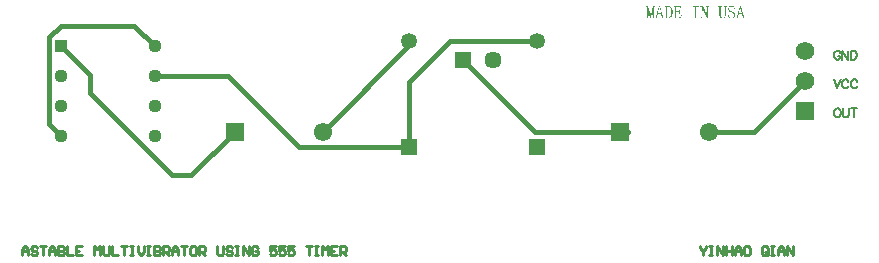
<source format=gtl>
G04*
G04 #@! TF.GenerationSoftware,Altium Limited,Altium Designer,21.0.3 (12)*
G04*
G04 Layer_Physical_Order=1*
G04 Layer_Color=255*
%FSLAX43Y43*%
%MOMM*%
G71*
G04*
G04 #@! TF.SameCoordinates,4E316A9E-77FC-4309-9E54-DBFB9EC2A46A*
G04*
G04*
G04 #@! TF.FilePolarity,Positive*
G04*
G01*
G75*
%ADD13C,0.127*%
%ADD14C,0.254*%
%ADD15C,1.550*%
%ADD16R,1.550X1.550*%
%ADD21C,1.570*%
%ADD22R,1.570X1.570*%
%ADD23C,1.450*%
%ADD24R,1.450X1.450*%
%ADD25C,0.381*%
%ADD26R,1.130X1.130*%
%ADD27C,1.130*%
%ADD28R,1.350X1.350*%
%ADD29C,1.350*%
G36*
X61702Y22006D02*
X61671Y21994D01*
X61670Y21995D01*
X61669Y21999D01*
X61666Y22006D01*
X61661Y22014D01*
X61657Y22025D01*
X61651Y22036D01*
X61645Y22049D01*
X61637Y22062D01*
X61621Y22090D01*
X61602Y22118D01*
X61593Y22131D01*
X61582Y22143D01*
X61572Y22154D01*
X61561Y22163D01*
X61560Y22164D01*
X61559Y22165D01*
X61556Y22167D01*
X61550Y22171D01*
X61545Y22174D01*
X61539Y22178D01*
X61530Y22182D01*
X61522Y22186D01*
X61501Y22194D01*
X61475Y22201D01*
X61447Y22206D01*
X61432Y22209D01*
X61405D01*
X61397Y22208D01*
X61388Y22206D01*
X61377Y22205D01*
X61354Y22201D01*
X61328Y22193D01*
X61315Y22189D01*
X61302Y22182D01*
X61291Y22175D01*
X61280Y22166D01*
X61269Y22157D01*
X61261Y22145D01*
Y22144D01*
X61259Y22142D01*
X61257Y22139D01*
X61255Y22135D01*
X61251Y22128D01*
X61248Y22122D01*
X61241Y22105D01*
X61232Y22085D01*
X61226Y22063D01*
X61222Y22037D01*
X61220Y22011D01*
Y22010D01*
Y22008D01*
Y22005D01*
X61221Y22000D01*
X61222Y21988D01*
X61225Y21973D01*
X61229Y21957D01*
X61236Y21939D01*
X61245Y21922D01*
X61258Y21906D01*
X61260Y21904D01*
X61263Y21902D01*
X61266Y21899D01*
X61273Y21895D01*
X61279Y21891D01*
X61288Y21884D01*
X61299Y21878D01*
X61312Y21870D01*
X61326Y21862D01*
X61343Y21852D01*
X61363Y21842D01*
X61386Y21830D01*
X61411Y21819D01*
X61438Y21805D01*
X61469Y21791D01*
X61471Y21790D01*
X61475Y21789D01*
X61483Y21785D01*
X61492Y21781D01*
X61504Y21775D01*
X61518Y21769D01*
X61533Y21762D01*
X61548Y21753D01*
X61582Y21733D01*
X61616Y21711D01*
X61632Y21698D01*
X61648Y21686D01*
X61661Y21672D01*
X61674Y21658D01*
X61675Y21657D01*
X61677Y21655D01*
X61680Y21651D01*
X61684Y21645D01*
X61689Y21638D01*
X61694Y21630D01*
X61699Y21620D01*
X61706Y21608D01*
X61712Y21596D01*
X61717Y21583D01*
X61728Y21552D01*
X61731Y21537D01*
X61734Y21520D01*
X61736Y21502D01*
X61737Y21483D01*
Y21482D01*
Y21478D01*
Y21472D01*
X61736Y21465D01*
X61735Y21455D01*
X61733Y21445D01*
X61731Y21432D01*
X61728Y21419D01*
X61724Y21404D01*
X61720Y21390D01*
X61713Y21374D01*
X61706Y21357D01*
X61697Y21341D01*
X61687Y21324D01*
X61676Y21308D01*
X61662Y21292D01*
X61661Y21291D01*
X61659Y21289D01*
X61655Y21285D01*
X61649Y21280D01*
X61641Y21273D01*
X61632Y21266D01*
X61620Y21259D01*
X61608Y21251D01*
X61593Y21243D01*
X61577Y21235D01*
X61559Y21228D01*
X61540Y21222D01*
X61519Y21216D01*
X61497Y21212D01*
X61472Y21210D01*
X61446Y21209D01*
X61435D01*
X61425Y21210D01*
X61410Y21212D01*
X61393Y21214D01*
X61375Y21219D01*
X61356Y21225D01*
X61338Y21232D01*
X61337D01*
X61336Y21233D01*
X61330Y21235D01*
X61320Y21238D01*
X61308Y21242D01*
X61295Y21245D01*
X61281Y21247D01*
X61267Y21249D01*
X61256Y21250D01*
X61252D01*
X61249Y21249D01*
X61244D01*
X61233Y21245D01*
X61226Y21242D01*
X61220Y21238D01*
X61219D01*
X61217Y21235D01*
X61212Y21233D01*
X61208Y21230D01*
X61202Y21226D01*
X61194Y21221D01*
X61179Y21209D01*
X61131Y21501D01*
X61166Y21512D01*
Y21510D01*
X61168Y21506D01*
X61170Y21499D01*
X61173Y21488D01*
X61177Y21476D01*
X61183Y21463D01*
X61189Y21447D01*
X61196Y21431D01*
X61212Y21396D01*
X61232Y21362D01*
X61244Y21346D01*
X61256Y21332D01*
X61268Y21318D01*
X61282Y21306D01*
X61283Y21305D01*
X61285Y21304D01*
X61289Y21301D01*
X61295Y21298D01*
X61302Y21294D01*
X61311Y21288D01*
X61320Y21283D01*
X61331Y21279D01*
X61343Y21273D01*
X61356Y21268D01*
X61385Y21259D01*
X61416Y21252D01*
X61433Y21251D01*
X61451Y21250D01*
X61461D01*
X61468Y21251D01*
X61476Y21252D01*
X61486Y21253D01*
X61508Y21258D01*
X61533Y21265D01*
X61558Y21276D01*
X61571Y21282D01*
X61582Y21290D01*
X61594Y21299D01*
X61603Y21309D01*
X61604Y21310D01*
X61605Y21313D01*
X61608Y21316D01*
X61612Y21320D01*
X61615Y21326D01*
X61619Y21334D01*
X61624Y21343D01*
X61629Y21353D01*
X61634Y21364D01*
X61638Y21377D01*
X61642Y21392D01*
X61647Y21407D01*
X61650Y21424D01*
X61652Y21441D01*
X61653Y21462D01*
X61654Y21482D01*
Y21483D01*
Y21485D01*
Y21488D01*
X61653Y21492D01*
X61651Y21504D01*
X61647Y21519D01*
X61640Y21537D01*
X61630Y21556D01*
X61623Y21566D01*
X61616Y21577D01*
X61608Y21587D01*
X61597Y21598D01*
X61596Y21599D01*
X61595Y21600D01*
X61591Y21603D01*
X61586Y21607D01*
X61580Y21613D01*
X61573Y21618D01*
X61564Y21625D01*
X61554Y21633D01*
X61542Y21641D01*
X61529Y21650D01*
X61516Y21658D01*
X61500Y21668D01*
X61482Y21677D01*
X61464Y21688D01*
X61444Y21697D01*
X61422Y21708D01*
X61419Y21709D01*
X61414Y21711D01*
X61407Y21715D01*
X61395Y21719D01*
X61382Y21726D01*
X61368Y21733D01*
X61352Y21742D01*
X61334Y21750D01*
X61297Y21770D01*
X61261Y21791D01*
X61244Y21802D01*
X61228Y21812D01*
X61214Y21822D01*
X61202Y21832D01*
X61201Y21833D01*
X61200Y21835D01*
X61196Y21838D01*
X61192Y21843D01*
X61188Y21848D01*
X61183Y21856D01*
X61177Y21864D01*
X61172Y21874D01*
X61167Y21884D01*
X61162Y21897D01*
X61156Y21911D01*
X61152Y21925D01*
X61148Y21942D01*
X61145Y21960D01*
X61144Y21979D01*
X61143Y21999D01*
Y22000D01*
Y22004D01*
Y22008D01*
X61144Y22015D01*
X61145Y22023D01*
X61147Y22032D01*
X61149Y22043D01*
X61152Y22054D01*
X61155Y22067D01*
X61161Y22081D01*
X61167Y22094D01*
X61174Y22109D01*
X61183Y22124D01*
X61192Y22139D01*
X61204Y22155D01*
X61217Y22169D01*
X61218Y22171D01*
X61220Y22173D01*
X61224Y22177D01*
X61230Y22182D01*
X61238Y22189D01*
X61247Y22195D01*
X61258Y22202D01*
X61270Y22210D01*
X61285Y22217D01*
X61301Y22224D01*
X61318Y22231D01*
X61337Y22237D01*
X61357Y22242D01*
X61379Y22247D01*
X61403Y22249D01*
X61428Y22250D01*
X61438D01*
X61449Y22249D01*
X61464Y22248D01*
X61482Y22246D01*
X61501Y22242D01*
X61521Y22238D01*
X61541Y22232D01*
X61542D01*
X61543Y22231D01*
X61549Y22229D01*
X61559Y22224D01*
X61571Y22220D01*
X61583Y22216D01*
X61596Y22212D01*
X61608Y22210D01*
X61618Y22209D01*
X61624D01*
X61629Y22210D01*
X61639Y22212D01*
X61651Y22217D01*
X61652D01*
X61653Y22219D01*
X61656Y22221D01*
X61659Y22224D01*
X61664Y22229D01*
X61668Y22234D01*
X61673Y22241D01*
X61677Y22250D01*
X61702Y22006D01*
D02*
G37*
G36*
X57196Y22034D02*
X57165Y22023D01*
Y22024D01*
X57163Y22027D01*
X57161Y22031D01*
X57157Y22037D01*
X57153Y22045D01*
X57147Y22053D01*
X57135Y22072D01*
X57120Y22094D01*
X57103Y22117D01*
X57084Y22138D01*
X57064Y22156D01*
X57063Y22157D01*
X57062Y22158D01*
X57059Y22160D01*
X57054Y22163D01*
X57044Y22171D01*
X57029Y22179D01*
X57012Y22186D01*
X56992Y22194D01*
X56970Y22199D01*
X56958Y22201D01*
X56776D01*
X56771Y22200D01*
X56766D01*
X56754Y22196D01*
X56748Y22193D01*
X56742Y22189D01*
X56741D01*
X56740Y22186D01*
X56737Y22183D01*
X56734Y22180D01*
X56731Y22175D01*
X56729Y22168D01*
X56728Y22162D01*
X56727Y22154D01*
Y21786D01*
X56909D01*
X56919Y21788D01*
X56932Y21790D01*
X56946Y21793D01*
X56960Y21799D01*
X56973Y21806D01*
X56985Y21816D01*
X56986Y21817D01*
X56989Y21821D01*
X56993Y21828D01*
X56998Y21838D01*
X57004Y21850D01*
X57008Y21865D01*
X57011Y21883D01*
X57012Y21904D01*
Y21940D01*
X57048D01*
Y21589D01*
X57012D01*
Y21613D01*
Y21614D01*
Y21616D01*
Y21619D01*
Y21623D01*
X57011Y21635D01*
X57009Y21650D01*
X57006Y21667D01*
X57001Y21683D01*
X56994Y21699D01*
X56985Y21714D01*
X56984Y21715D01*
X56979Y21719D01*
X56973Y21726D01*
X56965Y21732D01*
X56952Y21738D01*
X56937Y21745D01*
X56920Y21749D01*
X56899Y21750D01*
X56727D01*
Y21304D01*
Y21303D01*
Y21300D01*
X56728Y21296D01*
X56729Y21291D01*
X56733Y21280D01*
X56736Y21275D01*
X56742Y21269D01*
X56743D01*
X56745Y21267D01*
X56748Y21266D01*
X56752Y21264D01*
X56758Y21262D01*
X56764Y21260D01*
X56771Y21259D01*
X56780Y21258D01*
X56942D01*
X56949Y21259D01*
X56957D01*
X56966Y21261D01*
X56976Y21262D01*
X56987Y21264D01*
X57011Y21270D01*
X57036Y21279D01*
X57062Y21291D01*
X57075Y21299D01*
X57086Y21307D01*
X57087Y21308D01*
X57089Y21309D01*
X57092Y21313D01*
X57097Y21317D01*
X57102Y21322D01*
X57107Y21329D01*
X57115Y21337D01*
X57122Y21346D01*
X57129Y21357D01*
X57137Y21369D01*
X57145Y21381D01*
X57154Y21396D01*
X57161Y21411D01*
X57170Y21428D01*
X57177Y21447D01*
X57183Y21466D01*
X57214Y21454D01*
X57148Y21222D01*
X56542D01*
Y21258D01*
X56583D01*
X56587Y21259D01*
X56594D01*
X56607Y21263D01*
X56614Y21265D01*
X56619Y21269D01*
X56620Y21270D01*
X56621Y21271D01*
X56623Y21275D01*
X56625Y21278D01*
X56628Y21283D01*
X56630Y21289D01*
X56632Y21296D01*
Y21304D01*
Y22154D01*
Y22155D01*
Y22158D01*
X56631Y22162D01*
Y22166D01*
X56627Y22178D01*
X56623Y22183D01*
X56619Y22189D01*
Y22190D01*
X56617Y22191D01*
X56614Y22193D01*
X56610Y22195D01*
X56604Y22197D01*
X56597Y22199D01*
X56588Y22201D01*
X56548D01*
Y22237D01*
X57131D01*
X57196Y22034D01*
D02*
G37*
G36*
X59531Y22201D02*
X59479D01*
X59475Y22200D01*
X59470D01*
X59458Y22196D01*
X59452Y22193D01*
X59446Y22189D01*
X59445D01*
X59444Y22186D01*
X59441Y22183D01*
X59438Y22180D01*
X59435Y22175D01*
X59433Y22168D01*
X59432Y22162D01*
X59431Y22154D01*
Y21222D01*
X59395D01*
X58944Y22110D01*
X58932D01*
Y21305D01*
Y21304D01*
Y21301D01*
X58933Y21297D01*
X58934Y21291D01*
X58938Y21280D01*
X58942Y21275D01*
X58947Y21269D01*
X58948D01*
X58950Y21267D01*
X58953Y21266D01*
X58957Y21264D01*
X58963Y21262D01*
X58969Y21260D01*
X58976Y21259D01*
X58985Y21258D01*
X59032D01*
Y21222D01*
X58795D01*
Y21258D01*
X58848D01*
X58852Y21259D01*
X58858D01*
X58872Y21263D01*
X58878Y21265D01*
X58883Y21269D01*
X58885Y21270D01*
X58886Y21271D01*
X58888Y21275D01*
X58890Y21278D01*
X58892Y21283D01*
X58894Y21289D01*
X58896Y21296D01*
Y21304D01*
Y22154D01*
Y22155D01*
Y22158D01*
X58895Y22162D01*
Y22166D01*
X58891Y22178D01*
X58888Y22183D01*
X58883Y22189D01*
Y22190D01*
X58881Y22191D01*
X58878Y22193D01*
X58874Y22195D01*
X58869Y22197D01*
X58861Y22199D01*
X58853Y22201D01*
X58806D01*
Y22237D01*
X58979D01*
X59382Y21452D01*
X59395D01*
Y22153D01*
Y22154D01*
Y22157D01*
X59394Y22161D01*
Y22166D01*
X59390Y22178D01*
X59386Y22183D01*
X59382Y22189D01*
Y22190D01*
X59380Y22191D01*
X59377Y22193D01*
X59373Y22195D01*
X59367Y22197D01*
X59360Y22199D01*
X59352Y22201D01*
X59293D01*
Y22237D01*
X59531D01*
Y22201D01*
D02*
G37*
G36*
X54961D02*
X54933D01*
X54929Y22200D01*
X54923D01*
X54912Y22196D01*
X54905Y22193D01*
X54899Y22189D01*
X54898D01*
X54897Y22186D01*
X54895Y22183D01*
X54892Y22180D01*
X54888Y22175D01*
X54886Y22168D01*
X54885Y22162D01*
X54884Y22154D01*
Y21304D01*
Y21303D01*
Y21300D01*
X54885Y21296D01*
X54886Y21291D01*
X54890Y21280D01*
X54894Y21275D01*
X54899Y21269D01*
X54900D01*
X54902Y21267D01*
X54905Y21266D01*
X54909Y21264D01*
X54915Y21262D01*
X54921Y21260D01*
X54929Y21259D01*
X54937Y21258D01*
X54961D01*
Y21222D01*
X54706D01*
Y21258D01*
X54740D01*
X54745Y21259D01*
X54751D01*
X54765Y21263D01*
X54771Y21265D01*
X54776Y21269D01*
X54777Y21270D01*
X54778Y21271D01*
X54781Y21275D01*
X54783Y21278D01*
X54785Y21283D01*
X54787Y21289D01*
X54789Y21296D01*
Y21304D01*
Y22082D01*
X54776D01*
X54575Y21222D01*
X54539D01*
X54355Y22064D01*
X54343D01*
Y21304D01*
Y21303D01*
Y21300D01*
X54344Y21296D01*
X54345Y21291D01*
X54349Y21280D01*
X54353Y21275D01*
X54358Y21269D01*
X54359D01*
X54361Y21267D01*
X54364Y21266D01*
X54368Y21264D01*
X54374Y21262D01*
X54380Y21260D01*
X54388Y21259D01*
X54396Y21258D01*
X54414D01*
Y21222D01*
X54235D01*
Y21258D01*
X54259D01*
X54263Y21259D01*
X54269D01*
X54283Y21263D01*
X54289Y21265D01*
X54295Y21269D01*
X54296Y21270D01*
X54297Y21271D01*
X54299Y21275D01*
X54301Y21278D01*
X54303Y21283D01*
X54305Y21289D01*
X54307Y21296D01*
Y21304D01*
Y22154D01*
Y22155D01*
Y22158D01*
X54306Y22162D01*
Y22166D01*
X54302Y22178D01*
X54299Y22183D01*
X54295Y22189D01*
Y22190D01*
X54292Y22191D01*
X54289Y22193D01*
X54285Y22195D01*
X54280Y22197D01*
X54272Y22199D01*
X54264Y22201D01*
X54229D01*
Y22237D01*
X54402D01*
X54575Y21445D01*
X54586D01*
X54771Y22237D01*
X54961D01*
Y22201D01*
D02*
G37*
G36*
X61030D02*
X60989D01*
X60985Y22200D01*
X60980D01*
X60968Y22196D01*
X60962Y22193D01*
X60956Y22189D01*
X60955D01*
X60953Y22186D01*
X60951Y22183D01*
X60948Y22180D01*
X60945Y22175D01*
X60943Y22168D01*
X60942Y22162D01*
X60941Y22154D01*
Y21464D01*
Y21463D01*
Y21458D01*
Y21452D01*
X60940Y21445D01*
X60939Y21434D01*
X60937Y21422D01*
X60934Y21410D01*
X60931Y21396D01*
X60927Y21381D01*
X60921Y21366D01*
X60914Y21351D01*
X60907Y21335D01*
X60897Y21320D01*
X60887Y21304D01*
X60874Y21290D01*
X60860Y21277D01*
X60859Y21276D01*
X60857Y21273D01*
X60852Y21270D01*
X60847Y21266D01*
X60838Y21261D01*
X60830Y21255D01*
X60819Y21249D01*
X60808Y21243D01*
X60795Y21236D01*
X60781Y21230D01*
X60750Y21220D01*
X60734Y21215D01*
X60716Y21212D01*
X60698Y21210D01*
X60679Y21209D01*
X60668D01*
X60661Y21210D01*
X60651Y21211D01*
X60641Y21212D01*
X60628Y21214D01*
X60615Y21216D01*
X60586Y21224D01*
X60554Y21234D01*
X60538Y21241D01*
X60522Y21249D01*
X60507Y21258D01*
X60491Y21268D01*
X60490Y21269D01*
X60487Y21271D01*
X60483Y21275D01*
X60478Y21280D01*
X60473Y21286D01*
X60465Y21294D01*
X60459Y21303D01*
X60452Y21315D01*
X60444Y21326D01*
X60437Y21341D01*
X60429Y21356D01*
X60424Y21374D01*
X60419Y21392D01*
X60415Y21413D01*
X60412Y21435D01*
X60411Y21458D01*
Y22154D01*
Y22155D01*
Y22158D01*
X60410Y22162D01*
Y22166D01*
X60406Y22178D01*
X60403Y22183D01*
X60399Y22189D01*
Y22190D01*
X60397Y22191D01*
X60393Y22193D01*
X60389Y22195D01*
X60384Y22197D01*
X60377Y22199D01*
X60368Y22201D01*
X60328D01*
Y22237D01*
X60589D01*
Y22201D01*
X60555D01*
X60551Y22200D01*
X60546D01*
X60534Y22196D01*
X60528Y22193D01*
X60521Y22189D01*
X60520D01*
X60519Y22186D01*
X60517Y22183D01*
X60514Y22180D01*
X60511Y22175D01*
X60509Y22168D01*
X60508Y22162D01*
X60507Y22154D01*
Y21458D01*
Y21457D01*
Y21453D01*
Y21447D01*
X60508Y21439D01*
Y21430D01*
X60510Y21418D01*
X60511Y21407D01*
X60513Y21394D01*
X60519Y21366D01*
X60528Y21340D01*
X60533Y21328D01*
X60540Y21317D01*
X60548Y21306D01*
X60556Y21298D01*
X60557D01*
X60558Y21296D01*
X60561Y21294D01*
X60566Y21291D01*
X60571Y21288D01*
X60576Y21285D01*
X60592Y21278D01*
X60611Y21269D01*
X60634Y21263D01*
X60661Y21259D01*
X60690Y21257D01*
X60699D01*
X60705Y21258D01*
X60713Y21259D01*
X60722Y21260D01*
X60732Y21262D01*
X60742Y21264D01*
X60766Y21271D01*
X60792Y21282D01*
X60804Y21288D01*
X60817Y21297D01*
X60830Y21305D01*
X60841Y21316D01*
X60843Y21317D01*
X60845Y21319D01*
X60848Y21322D01*
X60851Y21326D01*
X60856Y21333D01*
X60862Y21339D01*
X60867Y21347D01*
X60873Y21357D01*
X60885Y21378D01*
X60895Y21403D01*
X60899Y21417D01*
X60902Y21432D01*
X60904Y21448D01*
X60905Y21464D01*
Y22154D01*
Y22155D01*
Y22158D01*
X60904Y22162D01*
Y22166D01*
X60900Y22178D01*
X60896Y22183D01*
X60892Y22189D01*
Y22190D01*
X60890Y22191D01*
X60887Y22193D01*
X60883Y22195D01*
X60877Y22197D01*
X60870Y22199D01*
X60862Y22201D01*
X60815D01*
Y22237D01*
X61030D01*
Y22201D01*
D02*
G37*
G36*
X62468Y21322D02*
X62469Y21321D01*
X62470Y21317D01*
X62472Y21310D01*
X62476Y21303D01*
X62485Y21286D01*
X62491Y21279D01*
X62497Y21272D01*
X62498Y21271D01*
X62500Y21270D01*
X62505Y21268D01*
X62509Y21265D01*
X62515Y21262D01*
X62523Y21260D01*
X62531Y21259D01*
X62539Y21258D01*
X62557D01*
Y21222D01*
X62302D01*
Y21258D01*
X62330D01*
X62337Y21259D01*
X62344Y21260D01*
X62350Y21261D01*
X62358Y21264D01*
X62363Y21267D01*
X62366Y21272D01*
Y21273D01*
X62367Y21275D01*
X62369Y21281D01*
X62371Y21289D01*
X62373Y21299D01*
Y21300D01*
Y21303D01*
Y21307D01*
X62371Y21313D01*
X62370Y21326D01*
X62366Y21340D01*
X62307Y21602D01*
X62040D01*
X61986Y21376D01*
Y21375D01*
X61985Y21371D01*
X61984Y21365D01*
Y21359D01*
X61982Y21343D01*
X61981Y21336D01*
Y21328D01*
Y21327D01*
Y21324D01*
Y21320D01*
X61982Y21314D01*
X61983Y21306D01*
X61984Y21299D01*
X61989Y21281D01*
Y21280D01*
X61991Y21278D01*
X61994Y21273D01*
X61998Y21269D01*
X62005Y21265D01*
X62014Y21261D01*
X62025Y21259D01*
X62040Y21258D01*
X62058D01*
Y21222D01*
X61838D01*
Y21258D01*
X61859D01*
X61863Y21259D01*
X61870Y21260D01*
X61883Y21264D01*
X61890Y21267D01*
X61897Y21272D01*
X61898Y21273D01*
X61900Y21276D01*
X61903Y21279D01*
X61907Y21284D01*
X61911Y21291D01*
X61914Y21300D01*
X61918Y21310D01*
X61920Y21322D01*
X62153Y22232D01*
X62242Y22261D01*
X62468Y21322D01*
D02*
G37*
G36*
X58640Y22201D02*
X58499D01*
X58495Y22200D01*
X58489D01*
X58478Y22196D01*
X58471Y22193D01*
X58465Y22189D01*
X58464D01*
X58463Y22186D01*
X58461Y22183D01*
X58458Y22180D01*
X58454Y22175D01*
X58452Y22168D01*
X58451Y22162D01*
X58450Y22154D01*
Y21304D01*
Y21303D01*
Y21300D01*
X58451Y21296D01*
X58452Y21291D01*
X58457Y21280D01*
X58460Y21275D01*
X58465Y21269D01*
X58466D01*
X58468Y21267D01*
X58471Y21266D01*
X58476Y21264D01*
X58481Y21262D01*
X58487Y21260D01*
X58495Y21259D01*
X58503Y21258D01*
X58640D01*
Y21222D01*
X58165D01*
Y21258D01*
X58307D01*
X58311Y21259D01*
X58317D01*
X58331Y21263D01*
X58337Y21265D01*
X58342Y21269D01*
X58344Y21270D01*
X58345Y21271D01*
X58347Y21275D01*
X58349Y21278D01*
X58351Y21283D01*
X58353Y21289D01*
X58355Y21296D01*
Y21304D01*
Y22154D01*
Y22155D01*
Y22158D01*
X58354Y22162D01*
Y22166D01*
X58350Y22178D01*
X58347Y22183D01*
X58342Y22189D01*
Y22190D01*
X58340Y22191D01*
X58337Y22193D01*
X58333Y22195D01*
X58328Y22197D01*
X58320Y22199D01*
X58312Y22201D01*
X58165D01*
Y22237D01*
X58640D01*
Y22201D01*
D02*
G37*
G36*
X56060Y22236D02*
X56073Y22235D01*
X56089Y22234D01*
X56107Y22231D01*
X56127Y22228D01*
X56149Y22222D01*
X56171Y22216D01*
X56195Y22208D01*
X56220Y22198D01*
X56245Y22186D01*
X56269Y22173D01*
X56293Y22157D01*
X56316Y22139D01*
X56337Y22118D01*
X56338Y22117D01*
X56342Y22112D01*
X56348Y22105D01*
X56354Y22096D01*
X56362Y22083D01*
X56372Y22067D01*
X56381Y22049D01*
X56392Y22028D01*
X56403Y22004D01*
X56412Y21976D01*
X56422Y21945D01*
X56430Y21913D01*
X56436Y21877D01*
X56443Y21838D01*
X56446Y21795D01*
X56447Y21750D01*
Y21749D01*
Y21747D01*
Y21744D01*
Y21738D01*
Y21732D01*
X56446Y21724D01*
Y21715D01*
X56445Y21706D01*
X56444Y21682D01*
X56442Y21657D01*
X56437Y21628D01*
X56433Y21597D01*
X56428Y21565D01*
X56420Y21531D01*
X56412Y21499D01*
X56401Y21465D01*
X56389Y21433D01*
X56375Y21402D01*
X56358Y21374D01*
X56339Y21348D01*
X56338Y21347D01*
X56334Y21343D01*
X56327Y21337D01*
X56319Y21328D01*
X56308Y21319D01*
X56295Y21308D01*
X56278Y21297D01*
X56260Y21285D01*
X56239Y21273D01*
X56215Y21262D01*
X56189Y21251D01*
X56162Y21242D01*
X56131Y21233D01*
X56097Y21227D01*
X56062Y21223D01*
X56024Y21222D01*
X55770D01*
Y21258D01*
X55816D01*
X55820Y21259D01*
X55827D01*
X55840Y21263D01*
X55847Y21265D01*
X55852Y21269D01*
X55853Y21270D01*
X55854Y21271D01*
X55856Y21275D01*
X55858Y21278D01*
X55860Y21283D01*
X55863Y21289D01*
X55865Y21296D01*
Y21304D01*
Y22154D01*
Y22155D01*
Y22158D01*
X55864Y22162D01*
Y22166D01*
X55859Y22178D01*
X55856Y22183D01*
X55852Y22189D01*
Y22190D01*
X55850Y22191D01*
X55847Y22193D01*
X55842Y22195D01*
X55837Y22197D01*
X55830Y22199D01*
X55821Y22201D01*
X55776D01*
Y22237D01*
X56051D01*
X56060Y22236D01*
D02*
G37*
G36*
X55621Y21322D02*
X55622Y21321D01*
X55623Y21317D01*
X55625Y21310D01*
X55629Y21303D01*
X55638Y21286D01*
X55644Y21279D01*
X55650Y21272D01*
X55651Y21271D01*
X55653Y21270D01*
X55658Y21268D01*
X55662Y21265D01*
X55668Y21262D01*
X55676Y21260D01*
X55684Y21259D01*
X55692Y21258D01*
X55710D01*
Y21222D01*
X55455D01*
Y21258D01*
X55483D01*
X55490Y21259D01*
X55497Y21260D01*
X55503Y21261D01*
X55511Y21264D01*
X55516Y21267D01*
X55519Y21272D01*
Y21273D01*
X55520Y21275D01*
X55522Y21281D01*
X55524Y21289D01*
X55526Y21299D01*
Y21300D01*
Y21303D01*
Y21307D01*
X55524Y21313D01*
X55523Y21326D01*
X55519Y21340D01*
X55460Y21602D01*
X55193D01*
X55139Y21376D01*
Y21375D01*
X55138Y21371D01*
X55137Y21365D01*
Y21359D01*
X55135Y21343D01*
X55133Y21336D01*
Y21328D01*
Y21327D01*
Y21324D01*
Y21320D01*
X55135Y21314D01*
X55136Y21306D01*
X55137Y21299D01*
X55142Y21281D01*
Y21280D01*
X55144Y21278D01*
X55147Y21273D01*
X55151Y21269D01*
X55158Y21265D01*
X55167Y21261D01*
X55178Y21259D01*
X55193Y21258D01*
X55211D01*
Y21222D01*
X54991D01*
Y21258D01*
X55012D01*
X55016Y21259D01*
X55023Y21260D01*
X55036Y21264D01*
X55043Y21267D01*
X55050Y21272D01*
X55051Y21273D01*
X55053Y21276D01*
X55056Y21279D01*
X55060Y21284D01*
X55064Y21291D01*
X55067Y21300D01*
X55071Y21310D01*
X55073Y21322D01*
X55306Y22232D01*
X55394Y22261D01*
X55621Y21322D01*
D02*
G37*
%LPC*%
G36*
X62182Y22130D02*
X62176D01*
X62051Y21638D01*
X62302D01*
X62182Y22130D01*
D02*
G37*
G36*
X56042Y22201D02*
X56036D01*
X56028Y22200D01*
X56019D01*
X55999Y22196D01*
X55988Y22193D01*
X55980Y22189D01*
X55979D01*
X55977Y22186D01*
X55974Y22183D01*
X55970Y22180D01*
X55966Y22175D01*
X55963Y22168D01*
X55961Y22162D01*
X55960Y22154D01*
Y21304D01*
Y21303D01*
Y21300D01*
X55961Y21296D01*
X55962Y21291D01*
X55964Y21285D01*
X55967Y21280D01*
X55971Y21275D01*
X55977Y21269D01*
X55978D01*
X55980Y21267D01*
X55984Y21266D01*
X55989Y21264D01*
X55996Y21262D01*
X56004Y21260D01*
X56014Y21259D01*
X56024Y21258D01*
X56031D01*
X56037Y21259D01*
X56046D01*
X56057Y21261D01*
X56071Y21263D01*
X56086Y21266D01*
X56101Y21270D01*
X56118Y21275D01*
X56135Y21281D01*
X56154Y21289D01*
X56172Y21299D01*
X56191Y21309D01*
X56209Y21323D01*
X56227Y21338D01*
X56244Y21355D01*
X56245Y21356D01*
X56248Y21360D01*
X56252Y21365D01*
X56258Y21375D01*
X56265Y21387D01*
X56273Y21401D01*
X56281Y21418D01*
X56289Y21439D01*
X56297Y21464D01*
X56305Y21491D01*
X56313Y21523D01*
X56320Y21558D01*
X56325Y21597D01*
X56330Y21639D01*
X56332Y21662D01*
X56333Y21687D01*
X56334Y21711D01*
Y21737D01*
Y21738D01*
Y21740D01*
Y21744D01*
Y21749D01*
Y21754D01*
Y21762D01*
X56333Y21779D01*
X56332Y21800D01*
X56330Y21824D01*
X56327Y21850D01*
X56324Y21878D01*
X56320Y21907D01*
X56315Y21937D01*
X56308Y21968D01*
X56301Y21997D01*
X56292Y22025D01*
X56281Y22051D01*
X56269Y22075D01*
X56256Y22097D01*
X56255Y22098D01*
X56252Y22101D01*
X56247Y22106D01*
X56242Y22113D01*
X56233Y22121D01*
X56224Y22129D01*
X56213Y22139D01*
X56200Y22149D01*
X56186Y22159D01*
X56170Y22168D01*
X56152Y22177D01*
X56133Y22185D01*
X56113Y22192D01*
X56091Y22197D01*
X56068Y22200D01*
X56042Y22201D01*
D02*
G37*
G36*
X55335Y22130D02*
X55329D01*
X55204Y21638D01*
X55455D01*
X55335Y22130D01*
D02*
G37*
%LPD*%
D13*
X70648Y18283D02*
X70612Y18356D01*
X70539Y18429D01*
X70467Y18465D01*
X70322D01*
X70249Y18429D01*
X70177Y18356D01*
X70140Y18283D01*
X70104Y18175D01*
Y17993D01*
X70140Y17884D01*
X70177Y17812D01*
X70249Y17739D01*
X70322Y17703D01*
X70467D01*
X70539Y17739D01*
X70612Y17812D01*
X70648Y17884D01*
Y17993D01*
X70467D02*
X70648D01*
X70822Y18465D02*
Y17703D01*
Y18465D02*
X71330Y17703D01*
Y18465D02*
Y17703D01*
X71541Y18465D02*
Y17703D01*
Y18465D02*
X71795D01*
X71903Y18429D01*
X71976Y18356D01*
X72012Y18283D01*
X72049Y18175D01*
Y17993D01*
X72012Y17884D01*
X71976Y17812D01*
X71903Y17739D01*
X71795Y17703D01*
X71541D01*
X70104Y16027D02*
X70394Y15265D01*
X70684Y16027D02*
X70394Y15265D01*
X71327Y15845D02*
X71290Y15918D01*
X71218Y15991D01*
X71145Y16027D01*
X71000D01*
X70928Y15991D01*
X70855Y15918D01*
X70819Y15845D01*
X70782Y15737D01*
Y15555D01*
X70819Y15446D01*
X70855Y15374D01*
X70928Y15301D01*
X71000Y15265D01*
X71145D01*
X71218Y15301D01*
X71290Y15374D01*
X71327Y15446D01*
X72085Y15845D02*
X72049Y15918D01*
X71976Y15991D01*
X71903Y16027D01*
X71758D01*
X71686Y15991D01*
X71613Y15918D01*
X71577Y15845D01*
X71541Y15737D01*
Y15555D01*
X71577Y15446D01*
X71613Y15374D01*
X71686Y15301D01*
X71758Y15265D01*
X71903D01*
X71976Y15301D01*
X72049Y15374D01*
X72085Y15446D01*
X70322Y13589D02*
X70249Y13553D01*
X70177Y13480D01*
X70140Y13407D01*
X70104Y13299D01*
Y13117D01*
X70140Y13008D01*
X70177Y12936D01*
X70249Y12863D01*
X70322Y12827D01*
X70467D01*
X70539Y12863D01*
X70612Y12936D01*
X70648Y13008D01*
X70684Y13117D01*
Y13299D01*
X70648Y13407D01*
X70612Y13480D01*
X70539Y13553D01*
X70467Y13589D01*
X70322D01*
X70862D02*
Y13045D01*
X70898Y12936D01*
X70971Y12863D01*
X71080Y12827D01*
X71152D01*
X71261Y12863D01*
X71334Y12936D01*
X71370Y13045D01*
Y13589D01*
X71834D02*
Y12827D01*
X71581Y13589D02*
X72088D01*
D14*
X1397Y1143D02*
Y1651D01*
X1651Y1905D01*
X1905Y1651D01*
Y1143D01*
Y1524D01*
X1397D01*
X2667Y1778D02*
X2540Y1905D01*
X2286D01*
X2159Y1778D01*
Y1651D01*
X2286Y1524D01*
X2540D01*
X2667Y1397D01*
Y1270D01*
X2540Y1143D01*
X2286D01*
X2159Y1270D01*
X2921Y1905D02*
X3428D01*
X3174D01*
Y1143D01*
X3682D02*
Y1651D01*
X3936Y1905D01*
X4190Y1651D01*
Y1143D01*
Y1524D01*
X3682D01*
X4444Y1905D02*
Y1143D01*
X4825D01*
X4952Y1270D01*
Y1397D01*
X4825Y1524D01*
X4444D01*
X4825D01*
X4952Y1651D01*
Y1778D01*
X4825Y1905D01*
X4444D01*
X5206D02*
Y1143D01*
X5714D01*
X6475Y1905D02*
X5968D01*
Y1143D01*
X6475D01*
X5968Y1524D02*
X6221D01*
X7491Y1143D02*
Y1905D01*
X7745Y1651D01*
X7999Y1905D01*
Y1143D01*
X8253Y1905D02*
Y1270D01*
X8380Y1143D01*
X8634D01*
X8761Y1270D01*
Y1905D01*
X9015D02*
Y1143D01*
X9522D01*
X9776Y1905D02*
X10284D01*
X10030D01*
Y1143D01*
X10538Y1905D02*
X10792D01*
X10665D01*
Y1143D01*
X10538D01*
X10792D01*
X11173Y1905D02*
Y1397D01*
X11427Y1143D01*
X11681Y1397D01*
Y1905D01*
X11935D02*
X12189D01*
X12062D01*
Y1143D01*
X11935D01*
X12189D01*
X12569Y1905D02*
Y1143D01*
X12950D01*
X13077Y1270D01*
Y1397D01*
X12950Y1524D01*
X12569D01*
X12950D01*
X13077Y1651D01*
Y1778D01*
X12950Y1905D01*
X12569D01*
X13331Y1143D02*
Y1905D01*
X13712D01*
X13839Y1778D01*
Y1524D01*
X13712Y1397D01*
X13331D01*
X13585D02*
X13839Y1143D01*
X14093D02*
Y1651D01*
X14347Y1905D01*
X14601Y1651D01*
Y1143D01*
Y1524D01*
X14093D01*
X14855Y1905D02*
X15362D01*
X15109D01*
Y1143D01*
X15997Y1905D02*
X15743D01*
X15616Y1778D01*
Y1270D01*
X15743Y1143D01*
X15997D01*
X16124Y1270D01*
Y1778D01*
X15997Y1905D01*
X16378Y1143D02*
Y1905D01*
X16759D01*
X16886Y1778D01*
Y1524D01*
X16759Y1397D01*
X16378D01*
X16632D02*
X16886Y1143D01*
X17902Y1905D02*
Y1270D01*
X18029Y1143D01*
X18283D01*
X18410Y1270D01*
Y1905D01*
X19171Y1778D02*
X19044Y1905D01*
X18790D01*
X18663Y1778D01*
Y1651D01*
X18790Y1524D01*
X19044D01*
X19171Y1397D01*
Y1270D01*
X19044Y1143D01*
X18790D01*
X18663Y1270D01*
X19425Y1905D02*
X19679D01*
X19552D01*
Y1143D01*
X19425D01*
X19679D01*
X20060D02*
Y1905D01*
X20568Y1143D01*
Y1905D01*
X21330Y1778D02*
X21203Y1905D01*
X20949D01*
X20822Y1778D01*
Y1270D01*
X20949Y1143D01*
X21203D01*
X21330Y1270D01*
Y1524D01*
X21076D01*
X22853Y1905D02*
X22345D01*
Y1524D01*
X22599Y1651D01*
X22726D01*
X22853Y1524D01*
Y1270D01*
X22726Y1143D01*
X22472D01*
X22345Y1270D01*
X23615Y1905D02*
X23107D01*
Y1524D01*
X23361Y1651D01*
X23488D01*
X23615Y1524D01*
Y1270D01*
X23488Y1143D01*
X23234D01*
X23107Y1270D01*
X24377Y1905D02*
X23869D01*
Y1524D01*
X24123Y1651D01*
X24250D01*
X24377Y1524D01*
Y1270D01*
X24250Y1143D01*
X23996D01*
X23869Y1270D01*
X25392Y1905D02*
X25900D01*
X25646D01*
Y1143D01*
X26154Y1905D02*
X26408D01*
X26281D01*
Y1143D01*
X26154D01*
X26408D01*
X26789D02*
Y1905D01*
X27043Y1651D01*
X27297Y1905D01*
Y1143D01*
X28058Y1905D02*
X27551D01*
Y1143D01*
X28058D01*
X27551Y1524D02*
X27804D01*
X28312Y1143D02*
Y1905D01*
X28693D01*
X28820Y1778D01*
Y1524D01*
X28693Y1397D01*
X28312D01*
X28566D02*
X28820Y1143D01*
X58782Y1905D02*
Y1778D01*
X59036Y1524D01*
X59290Y1778D01*
Y1905D01*
X59036Y1524D02*
Y1143D01*
X59544Y1905D02*
X59798D01*
X59671D01*
Y1143D01*
X59544D01*
X59798D01*
X60179D02*
Y1905D01*
X60687Y1143D01*
Y1905D01*
X60941D02*
Y1143D01*
Y1524D01*
X61449D01*
Y1905D01*
Y1143D01*
X61702D02*
Y1651D01*
X61956Y1905D01*
X62210Y1651D01*
Y1143D01*
Y1524D01*
X61702D01*
X62845Y1905D02*
X62591D01*
X62464Y1778D01*
Y1270D01*
X62591Y1143D01*
X62845D01*
X62972Y1270D01*
Y1778D01*
X62845Y1905D01*
X64496Y1270D02*
Y1778D01*
X64369Y1905D01*
X64115D01*
X63988Y1778D01*
Y1270D01*
X64115Y1143D01*
X64369D01*
X64242Y1397D02*
X64496Y1143D01*
X64369D02*
X64496Y1270D01*
X64750Y1905D02*
X65003D01*
X64876D01*
Y1143D01*
X64750D01*
X65003D01*
X65384D02*
Y1651D01*
X65638Y1905D01*
X65892Y1651D01*
Y1143D01*
Y1524D01*
X65384D01*
X66146Y1143D02*
Y1905D01*
X66654Y1143D01*
Y1905D01*
D15*
X59503Y11557D02*
D03*
X26864Y11612D02*
D03*
D16*
X52003Y11557D02*
D03*
X19364Y11612D02*
D03*
D21*
X67691Y18470D02*
D03*
Y15930D02*
D03*
D22*
Y13390D02*
D03*
D23*
X41275Y17708D02*
D03*
D24*
X38735D02*
D03*
D25*
X4666Y18851D02*
X7087Y16430D01*
Y14889D02*
Y16430D01*
Y14889D02*
X14051Y7925D01*
X15677D01*
X19364Y11612D01*
X63373D02*
X67691Y15930D01*
X60138Y11612D02*
X63373D01*
X34163Y18911D02*
Y19287D01*
X26864Y11612D02*
X34163Y18911D01*
X24790Y10287D02*
X34163D01*
X18766Y16311D02*
X24790Y10287D01*
X12606Y16311D02*
X18766D01*
X37600Y19287D02*
X44958D01*
X34163Y15850D02*
X37600Y19287D01*
X34163Y10287D02*
Y15850D01*
X3683Y12214D02*
X4666Y11231D01*
X3683Y12214D02*
Y19583D01*
X4674Y20574D01*
X10883D01*
X12606Y18851D01*
X44831Y11612D02*
X52638D01*
X38735Y17708D02*
X44831Y11612D01*
D26*
X4666Y18851D02*
D03*
D27*
Y16311D02*
D03*
Y13771D02*
D03*
Y11231D02*
D03*
X12606D02*
D03*
Y13771D02*
D03*
Y16311D02*
D03*
Y18851D02*
D03*
D28*
X34163Y10287D02*
D03*
X44958D02*
D03*
D29*
X34163Y19287D02*
D03*
X44958D02*
D03*
M02*

</source>
